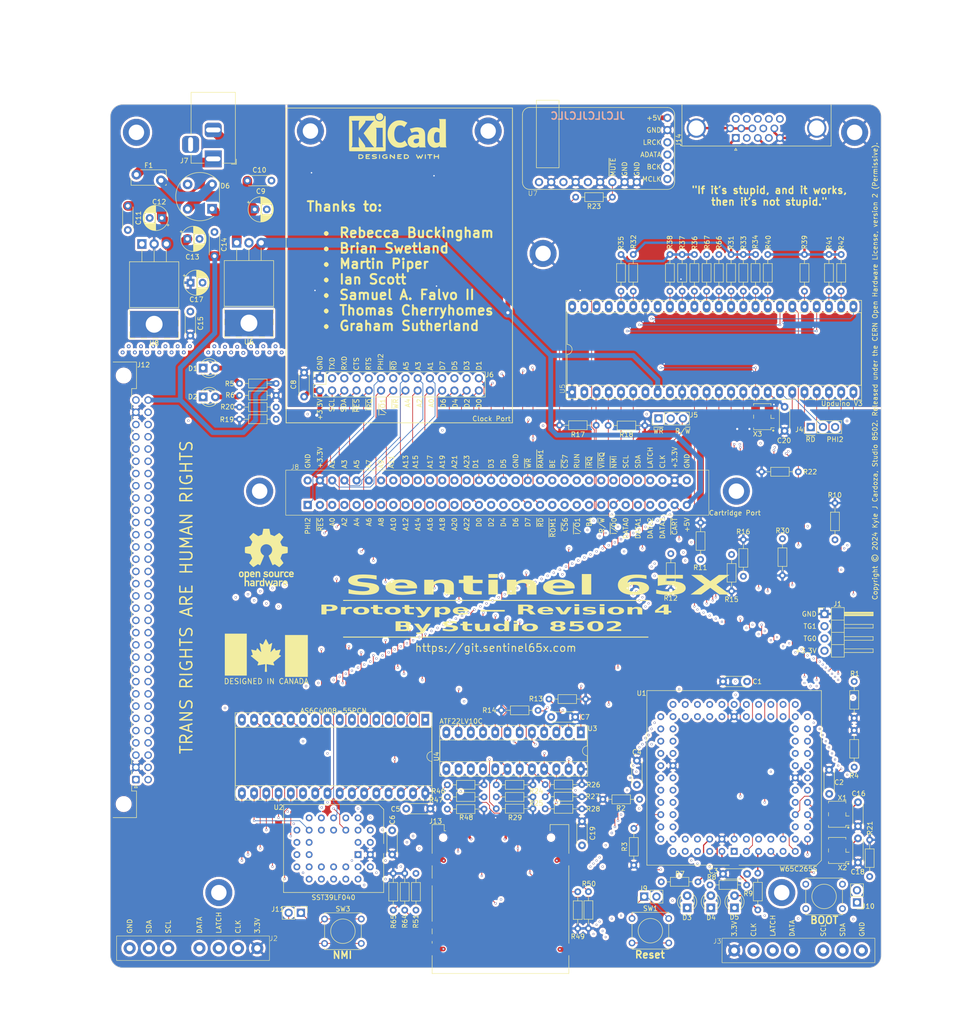
<source format=kicad_pcb>
(kicad_pcb
	(version 20240108)
	(generator "pcbnew")
	(generator_version "8.0")
	(general
		(thickness 1.6)
		(legacy_teardrops no)
	)
	(paper "A3")
	(layers
		(0 "F.Cu" signal "F.Cu (SMD)")
		(1 "In1.Cu" power "In1.Cu (GND)")
		(2 "In2.Cu" signal "In2.Cu (N-S)")
		(31 "B.Cu" signal "B.Cu (MISC)")
		(32 "B.Adhes" user "B.Adhesive")
		(33 "F.Adhes" user "F.Adhesive")
		(34 "B.Paste" user)
		(35 "F.Paste" user)
		(36 "B.SilkS" user "B.Silkscreen")
		(37 "F.SilkS" user "F.Silkscreen")
		(38 "B.Mask" user)
		(39 "F.Mask" user)
		(40 "Dwgs.User" user "User.Drawings")
		(41 "Cmts.User" user "User.Comments")
		(42 "Eco1.User" user "User.Eco1")
		(43 "Eco2.User" user "User.Eco2")
		(44 "Edge.Cuts" user)
		(45 "Margin" user)
		(46 "B.CrtYd" user "B.Courtyard")
		(47 "F.CrtYd" user "F.Courtyard")
		(48 "B.Fab" user)
		(49 "F.Fab" user)
		(50 "User.1" user)
		(51 "User.2" user)
		(52 "User.3" user)
		(53 "User.4" user)
		(54 "User.5" user)
		(55 "User.6" user)
		(56 "User.7" user)
		(57 "User.8" user)
		(58 "User.9" user)
	)
	(setup
		(stackup
			(layer "F.SilkS"
				(type "Top Silk Screen")
				(color "White")
			)
			(layer "F.Paste"
				(type "Top Solder Paste")
			)
			(layer "F.Mask"
				(type "Top Solder Mask")
				(color "Green")
				(thickness 0.01)
			)
			(layer "F.Cu"
				(type "copper")
				(thickness 0.035)
			)
			(layer "dielectric 1"
				(type "prepreg")
				(thickness 0.1)
				(material "FR4")
				(epsilon_r 4.5)
				(loss_tangent 0.02)
			)
			(layer "In1.Cu"
				(type "copper")
				(thickness 0.035)
			)
			(layer "dielectric 2"
				(type "core")
				(thickness 1.24)
				(material "FR4")
				(epsilon_r 4.5)
				(loss_tangent 0.02)
			)
			(layer "In2.Cu"
				(type "copper")
				(thickness 0.035)
			)
			(layer "dielectric 3"
				(type "prepreg")
				(thickness 0.1)
				(material "FR4")
				(epsilon_r 4.5)
				(loss_tangent 0.02)
			)
			(layer "B.Cu"
				(type "copper")
				(thickness 0.035)
			)
			(layer "B.Mask"
				(type "Bottom Solder Mask")
				(color "Green")
				(thickness 0.01)
			)
			(layer "B.Paste"
				(type "Bottom Solder Paste")
			)
			(layer "B.SilkS"
				(type "Bottom Silk Screen")
				(color "White")
			)
			(copper_finish "None")
			(dielectric_constraints no)
		)
		(pad_to_mask_clearance 0)
		(allow_soldermask_bridges_in_footprints no)
		(grid_origin 123.070534 52.442679)
		(pcbplotparams
			(layerselection 0x00010fc_ffffffff)
			(plot_on_all_layers_selection 0x0000000_00000000)
			(disableapertmacros no)
			(usegerberextensions no)
			(usegerberattributes yes)
			(usegerberadvancedattributes yes)
			(creategerberjobfile yes)
			(dashed_line_dash_ratio 12.000000)
			(dashed_line_gap_ratio 3.000000)
			(svgprecision 4)
			(plotframeref no)
			(viasonmask no)
			(mode 1)
			(useauxorigin no)
			(hpglpennumber 1)
			(hpglpenspeed 20)
			(hpglpendiameter 15.000000)
			(pdf_front_fp_property_popups yes)
			(pdf_back_fp_property_popups yes)
			(dxfpolygonmode yes)
			(dxfimperialunits yes)
			(dxfusepcbnewfont yes)
			(psnegative no)
			(psa4output no)
			(plotreference yes)
			(plotvalue yes)
			(plotfptext yes)
			(plotinvisibletext no)
			(sketchpadsonfab no)
			(subtractmaskfromsilk no)
			(outputformat 1)
			(mirror no)
			(drillshape 0)
			(scaleselection 1)
			(outputdirectory "production/")
		)
	)
	(net 0 "")
	(net 1 "GND")
	(net 2 "+3.3V")
	(net 3 "/A1")
	(net 4 "/A3")
	(net 5 "/A5")
	(net 6 "/A7")
	(net 7 "/A9")
	(net 8 "/A11")
	(net 9 "/A13")
	(net 10 "/A15")
	(net 11 "/A17")
	(net 12 "/A19")
	(net 13 "/A21")
	(net 14 "/A23")
	(net 15 "/D1")
	(net 16 "/D3")
	(net 17 "/D5")
	(net 18 "/~{WR}")
	(net 19 "/BE")
	(net 20 "/RUN")
	(net 21 "/~{IRQ}")
	(net 22 "/~{VIRQ}")
	(net 23 "/~{NMI}")
	(net 24 "/I2C_SCL")
	(net 25 "/I2C_SDA")
	(net 26 "/SNES_LATCH")
	(net 27 "/SNES_CLK")
	(net 28 "/PHI2")
	(net 29 "/~{RES}")
	(net 30 "/A0")
	(net 31 "/A2")
	(net 32 "/A4")
	(net 33 "/A6")
	(net 34 "/A8")
	(net 35 "/A10")
	(net 36 "/A12")
	(net 37 "/A14")
	(net 38 "/A16")
	(net 39 "/A18")
	(net 40 "/A20")
	(net 41 "/A22")
	(net 42 "/D0")
	(net 43 "/D2")
	(net 44 "/D4")
	(net 45 "/D6")
	(net 46 "/D7")
	(net 47 "/~{RD}")
	(net 48 "/~{CS}6")
	(net 49 "/~{I{slash}O}1")
	(net 50 "/BA")
	(net 51 "/R{slash}~{W}")
	(net 52 "/~{I{slash}O}0")
	(net 53 "/SNES_DATA0")
	(net 54 "/SNES_DATA1")
	(net 55 "/SNES_DATA2")
	(net 56 "/SNES_DATA3")
	(net 57 "/MOSI")
	(net 58 "/RTS")
	(net 59 "/CTS")
	(net 60 "/BL1")
	(net 61 "/~{BOOT_SEL}")
	(net 62 "/RXD")
	(net 63 "/TXD")
	(net 64 "/FCLK")
	(net 65 "/CLK")
	(net 66 "/SCK")
	(net 67 "/~{CS}4")
	(net 68 "/~{CS}5")
	(net 69 "/~{CS}7")
	(net 70 "/~{FPGA_RESET}")
	(net 71 "/CDONE")
	(net 72 "/MISO")
	(net 73 "/~{SD_SS}")
	(net 74 "/~{ROM}0")
	(net 75 "/~{RAM}0")
	(net 76 "Net-(D1-A)")
	(net 77 "Net-(D3-A)")
	(net 78 "/~{RAM}1")
	(net 79 "/~{ROM}1")
	(net 80 "/VERA_18")
	(net 81 "+5V")
	(net 82 "/SYSCLK")
	(net 83 "/R0")
	(net 84 "/R2")
	(net 85 "/R1")
	(net 86 "/G0")
	(net 87 "/R3")
	(net 88 "/G2")
	(net 89 "/G1")
	(net 90 "/B0")
	(net 91 "/G3")
	(net 92 "/B2")
	(net 93 "/B1")
	(net 94 "/HSYNC")
	(net 95 "/B3")
	(net 96 "/VSYNC")
	(net 97 "/BCK")
	(net 98 "/ADATA")
	(net 99 "/LRCK")
	(net 100 "/BLUE")
	(net 101 "/GREEN")
	(net 102 "/RED")
	(net 103 "Net-(D2-A)")
	(net 104 "Net-(D4-A)")
	(net 105 "Net-(D5-A)")
	(net 106 "/BL2")
	(net 107 "/BL3")
	(net 108 "/VERA_7")
	(net 109 "Net-(D6-+)")
	(net 110 "unconnected-(J7-MountPin-Pad3)")
	(net 111 "unconnected-(J12-Pin_b31-Padb31)")
	(net 112 "Net-(J13-DAT1)")
	(net 113 "Net-(J13-DAT2)")
	(net 114 "unconnected-(J14-Pad11)")
	(net 115 "unconnected-(J14-Pad4)")
	(net 116 "unconnected-(J14-Pad15)")
	(net 117 "unconnected-(J14-Pad9)")
	(net 118 "unconnected-(U1A-~{FCLKO}-Pad15)")
	(net 119 "unconnected-(U1A-RUN-Pad14)")
	(net 120 "unconnected-(U1A-BA-Pad21)")
	(net 121 "unconnected-(U1A-~{CLKO}-Pad19)")
	(net 122 "unconnected-(U5-+3.3V-Pad9)")
	(net 123 "unconnected-(U5-FLASH_MISO-Pad45)")
	(net 124 "unconnected-(U5-CLK_12M_EXT-Pad41)")
	(net 125 "unconnected-(U5-FT_SCK-Pad47)")
	(net 126 "unconnected-(U5-~{FT_SS}-Pad48)")
	(net 127 "unconnected-(U5-FLASH_MOSI-Pad46)")
	(net 128 "unconnected-(U5-VIO-Pad2)")
	(net 129 "unconnected-(J14-Pad12)")
	(net 130 "unconnected-(U3-IN-Pad13)")
	(net 131 "unconnected-(U3-I{slash}O-Pad16)")
	(net 132 "unconnected-(U3-I{slash}O-Pad15)")
	(net 133 "unconnected-(U3-I{slash}O-Pad17)")
	(net 134 "unconnected-(U3-I{slash}O-Pad14)")
	(net 135 "unconnected-(U7-A3V3-Pad11)")
	(net 136 "unconnected-(U7-ROUT-Pad9)")
	(net 137 "/~{CART}")
	(net 138 "/~{SD_WP}")
	(net 139 "/~{SD_CD}")
	(net 140 "unconnected-(U7-LOUT-Pad7)")
	(net 141 "/~{MUTE}")
	(net 142 "/TG0")
	(net 143 "/TG1")
	(net 144 "Net-(D6-Pad4)")
	(net 145 "Net-(D6-Pad2)")
	(net 146 "Net-(F1-Pad1)")
	(net 147 "Net-(J14-Pad13)")
	(net 148 "Net-(J14-Pad14)")
	(footprint "Resistor_THT:R_Axial_DIN0204_L3.6mm_D1.6mm_P7.62mm_Horizontal" (layer "F.Cu") (at 218.023531 149.586827 90))
	(footprint "Resistor_THT:R_Axial_DIN0204_L3.6mm_D1.6mm_P7.62mm_Horizontal" (layer "F.Cu") (at 156.55 197.875))
	(footprint "Capacitor_THT:C_Disc_D4.3mm_W1.9mm_P5.00mm" (layer "F.Cu") (at 195.918531 187.826827 -90))
	(footprint "Resistor_THT:R_Axial_DIN0204_L3.6mm_D1.6mm_P7.62mm_Horizontal" (layer "F.Cu") (at 207.855852 82.822679 -90))
	(footprint "Resistor_THT:R_Axial_DIN0204_L3.6mm_D1.6mm_P7.62mm_Horizontal" (layer "F.Cu") (at 202.775852 82.822679 -90))
	(footprint "Capacitor_THT:C_Disc_D4.3mm_W1.9mm_P5.00mm" (layer "F.Cu") (at 241.828173 208.96 90))
	(footprint "Resistor_THT:R_Axial_DIN0204_L3.6mm_D1.6mm_P7.62mm_Horizontal" (layer "F.Cu") (at 229.434306 127.897878 180))
	(footprint "Resistor_THT:R_Axial_DIN0204_L3.6mm_D1.6mm_P7.62mm_Horizontal" (layer "F.Cu") (at 188.846198 195.85349))
	(footprint "Symbol:OSHW-Logo_11.4x12mm_SilkScreen" (layer "F.Cu") (at 118.942135 145.687679))
	(footprint "Resistor_THT:R_Axial_DIN0204_L3.6mm_D1.6mm_P7.62mm_Horizontal" (layer "F.Cu") (at 210.395852 82.822679 -90))
	(footprint "Capacitor_THT:C_Disc_D4.3mm_W1.9mm_P5.00mm" (layer "F.Cu") (at 184.518267 200.4066 -90))
	(footprint "Resistor_THT:R_Axial_DIN0204_L3.6mm_D1.6mm_P7.62mm_Horizontal" (layer "F.Cu") (at 175.381704 177.395358 180))
	(footprint "Connector:SNES Controller Port (Female, 90º, THT)" (layer "F.Cu") (at 101.832102 226.745 180))
	(footprint "Capacitor_THT:C_Disc_D4.3mm_W1.9mm_P5.00mm" (layer "F.Cu") (at 90.193531 72.741827 -90))
	(footprint "Connector_PinHeader_2.54mm:PinHeader_1x04_P2.54mm_Horizontal" (layer "F.Cu") (at 234.87 157.4))
	(footprint "Capacitor_THT:C_Disc_D4.3mm_W1.9mm_P5.00mm" (layer "F.Cu") (at 226.588173 119.423531 90))
	(footprint "Connector_Card:SD_Hirose_DM1AA_SF_PEJ82" (layer "F.Cu") (at 167.589126 216.546139))
	(footprint "Connector_BarrelJack:BarrelJack_Horizontal" (layer "F.Cu") (at 107.928531 62.981827 -90))
	(footprint "MountingHole:MountingHole_3.2mm_M3_DIN965_Pad" (layer "F.Cu") (at 128.117172 57.207679))
	(footprint "Resistor_THT:R_Axial_DIN0204_L3.6mm_D1.6mm_P7.62mm_Horizontal" (layer "F.Cu") (at 166.71 195.36))
	(footprint "Capacitor_THT:C_Disc_D4.3mm_W1.9mm_P5.00mm" (layer "F.Cu") (at 241.828173 201.453531 90))
	(footprint "Capacitor_THT:C_Disc_D4.3mm_W1.9mm_P5.00mm" (layer "F.Cu") (at 103.177518 99.659624 90))
	(footprint "Connector_PinHeader_2.54mm:PinHeader_1x02_P2.54mm_Vertical" (layer "F.Cu") (at 241.623621 217.254071 180))
	(footprint "Oscillator:Oscillator_SMD_EuroQuartz_XO53-4Pin_5.0x3.2mm_HandSoldering" (layer "F.Cu") (at 221.955852 116.463392 90))
	(footprint "Connector_DIN:DIN41612_Q_2x32_Female_Horizontal_THT"
		(layer "F.Cu")
		(uuid "4796905e-545d-47e7-ab3c-4a0391ef238b")
		(at 91.870035 191.757726 90)
		(descr "DIN41612 connector, type Q, Horizontal, 2 rows 32 pins wide, https://www.erni-x-press.com/de/downloads/kataloge/englische_kataloge/erni-din41612-iec60603-2-e.pdf")
		(tags "DIN 41612 IEC 60603 Q")
		(property "Reference" "J12"
			(at 86.035275 1.575998 180)
			(layer "F.SilkS")
			(uuid "3147520f-efe1-47e3-83c3-f1cbfa6f40da")
			(effects
				(font
					(size 1 1)
					(thickness 0.15)
				)
			)
		)
		(property "Value" "2x32 2.54mm Card Edge Connector"
			(at 39.37 5.08 90)
			(layer "F.Fab")
			(uuid "460ab21f-55ac-4006-88f6-2a4fcd5f48d4")
			(effects
				(font
					(size 1 1)
					(thickness 0.15)
				)
			)
		)
		(property "Footprint" "Connector_DIN:DIN41612_Q_2x32_Female_Horizontal_THT"
			(at 0 0 90)
			(unlocked yes)
			(layer "F.Fab")
			(hide yes)
			(uuid "68b91694-c84d-416f-8be9-4d102803f0a5")
			(effects
				(font
					(size 1.27 1.27)
				)
			)
		)
		(property "Datasheet" ""
			(at 0 0 90)
			(unlocked yes)
			(layer "F.Fab")
			(hide yes)
			(uuid "a5472bb5-8749-4a9c-a9fc-6ef21a2866c8")
			(effects
				(font
					(size 1.27 1.27)
				)
			)
		)
		(property "Description" ""
			(at 0 0 90)
			(unlocked yes)
			(layer "F.Fab")
			(hide yes)
			(uuid "b8541c19-48a0-4b35-ab92-b95b147f1475")
			(effects
				(font
					(size 1.27 1.27)
				)
			)
		)
		(property ki_fp_filters "Connector*:*_2x??_*")
		(path "/4681393f-742b-42eb-929f-821923816de7")
		(sheetname "Root")
		(sheetfile "Prototype 4 (PTH).kicad_sch")
		(attr through_hole exclude_from_bom)
		(fp_line
			(start 86.63 -4.74)
			(end 86.63 0.12)
			(stroke
				(width 0.12)
				(type solid)
			)
			(layer "F.SilkS")
			(uuid "e37bfdbe-aa4e-4e7a-b38c-4084bd7aa22b")
		)
		(fp_line
			(start -7.89 -4.74)
			(end -7.89 0.12)
			(stroke
				(width 0.12)
				(type solid)
			)
			(layer "F.SilkS")
			(uuid "9a11338f-9221-4ff0-b08b-cb3fdd09c15c")
		)
		(fp_line
			(start 79.48 -0.88)
			(end 81.11 -0.88)
			(stroke
				(width 0.12)
				(type solid)
			)
			(layer "F.SilkS")
			(uuid "a8f5956e-cb54-4e72-be0c-1173d4e57dd0")
		)
		(fp_line
			(start 76.94 -0.88)
			(end 78.001 -0.88)
			(stroke
				(width 0.12)
				(type solid)
			)
			(layer "F.SilkS")
			(uuid "c7d771dc-4f4a-43af-bb90-a41b477b51b5")
		)
		(fp_line
			(start 74.4 -0.88)
			(end 75.461 -0.88)
			(stroke
				(width 0.12)
				(type solid)
			)
			(layer "F.SilkS")
			(uuid "b93afc94-c560-4a43-8f70-1f2b7ebeca0b")
		)
		(fp_line
			(start 71.86 -0.88)
			(end 72.921 -0.88)
			(stroke
				(width 0.12)
				(type solid)
			)
			(layer "F.SilkS")
			(uuid "b82bd271-e7ec-4b75-9c96-486950168262")
		)
		(fp_line
			(start 69.32 -0.88)
			(end 70.381 -0.88)
			(stroke
				(width 0.12)
				(type solid)
			)
			(layer "F.SilkS")
			(uuid "1e7bd1cd-7cc4-47bb-8f68-12c1e7e5d43f")
		)
		(fp_line
			(start 66.78 -0.88)
			(end 67.841 -0.88)
			(stroke
				(width 0.12)
				(type solid)
			)
			(layer "F.SilkS")
			(uuid "5991fe22-b272-4730-8e8b-f9c13b45f09d")
		)
		(fp_line
			(start 64.24 -0.88)
			(end 65.301 -0.88)
			(stroke
				(width 0.12)
				(type solid)
			)
			(layer "F.SilkS")
			(uuid "eaa8f3fc-efe6-408a-ba21-62fe624f950c")
		)
		(fp_line
			(start 61.7 -0.88)
			(end 62.761 -0.88)
			(stroke
				(width 0.12)
				(type solid)
			)
			(layer "F.SilkS")
			(uuid "bd3e0d16-6c41-4ef7-9098-e736cd66e7cb")
		)
		(fp_line
			(start 59.16 -0.88)
			(end 60.221 -0.88)
			(stroke
				(width 0.12)
				(type solid)
			)
			(layer "F.SilkS")
			(uuid "b6b58201-5667-496b-97e8-207e01d90c32")
		)
		(fp_line
			(start 56.62 -0.88)
			(end 57.681 -0.88)
			(stroke
				(width 0.12)
				(type solid)
			)
			(layer "F.SilkS")
			(uuid "63fc2212-d4cb-455a-9a45-f0534e22a748")
		)
		(fp_line
			(start 54.08 -0.88)
			(end 55.141 -0.88)
			(stroke
				(width 0.12)
				(type solid)
			)
			(layer "F.SilkS")
			(uuid "4f470925-3942-4bcf-8b70-918205bb2657")
		)
		(fp_line
			(start 51.54 -0.88)
			(end 52.601 -0.88)
			(stroke
				(width 0.12)
				(type solid)
			)
			(layer "F.SilkS")
			(uuid "428a7cb4-cf53-4442-90e7-3eb48fe2ada7")
		)
		(fp_line
			(start 49 -0.88)
			(end 50.061 -0.88)
			(stroke
				(width 0.12)
				(type solid)
			)
			(layer "F.SilkS")
			(uuid "ca9bab21-2283-439c-81d9-abb80a57487e")
		)
		(fp_line
			(start 46.46 -0.88)
			(end 47.521 -0.88)
			(stroke
				(width 0.12)
				(type solid)
			)
			(layer "F.SilkS")
			(uuid "f4747bc9-766c-42ac-a57a-840c33a83526")
		)
		(fp_line
			(start 43.92 -0.88)
			(end 44.981 -0.88)
			(stroke
				(width 0.12)
				(type solid)
			)
			(layer "F.SilkS")
			(uuid "153079a4-7c0e-472a-bdb4-f246130071ff")
		)
		(fp_line
			(start 41.38 -0.88)
			(end 42.441 -0.88)
			(stroke
				(width 0.12)
				(type solid)
			)
			(layer "F.SilkS")
			(uuid "13043880-ab7a-4f11-aee2-5fe5129379b6")
		)
		(fp_line
			(start 38.84 -0.88)
			(end 39.901 -0.88)
			(stroke
				(width 0.12)
				(type solid)
			)
			(layer "F.SilkS")
			(uuid "59e1ae9e-9138-4ef4-a94f-23211b0b6c04")
		)
		(fp_line
			(start 36.3 -0.88)
			(end 37.361 -0.88)
			(stroke
				(width 0.12)
				(type solid)
			)
			(layer "F.SilkS")
			(uuid "6d7808c5-092d-4537-8129-ff5e054b5e1b")
		)
		(fp_line
			(start 33.76 -0.88)
			(end 34.821 -0.88)
			(stroke
				(width 0.12)
				(type solid)
			)
			(layer "F.SilkS")
			(uuid "165ead0c-e983-4065-8275-b820538d1d0e")
		)
		(fp_line
			(start 31.22 -0.88)
			(end 32.281 -0.88)
			(stroke
				(width 0.12)
				(type solid)
			)
			(layer "F.SilkS")
			(uuid "21c0ecf0-3cef-4285-afdb-bfe875b62ca2")
		)
		(fp_line
			(start 28.68 -0.88)
			(end 29.741 -0.88)
			(stroke
				(width 0.12)
				(type solid)
			)
			(layer "F.SilkS")
			(uuid "6b4c2ef8-2be8-4712-aed1-ca0a5146b3c6")
		)
		(fp_line
			(start 26.14 -0.88)
			(end 27.201 -0.88)
			(stroke
				(width 0.12)
				(type solid)
			)
			(layer "F.SilkS")
			(uuid "99d5b90f-c589-43fc-90a7-9ebb015452c4")
		)
		(fp_line
			(start 23.6 -0.88)
			(end 24.661 -0.88)
			(stroke
				(width 0.12)
				(type solid)
			)
			(layer "F.SilkS")
			(uuid "310e7125-fdea-47fa-95dd-409c530131b1")
		)
		(fp_line
			(start 21.06 -0.88)
			(end 22.121 -0.88)
			(stroke
				(width 0.12)
				(type solid)
			)
			(layer "F.SilkS")
			(uuid "0a312960-4e97-4a6e-a109-263cf849ae87")
		)
		(fp_line
			(start 18.52 -0.88)
			(end 19.581 -0.88)
			(stroke
				(width 0.12)
				(type solid)
			)
			(layer "F.SilkS")
			(uuid "15f3ecbe-0e26-484f-bfde-7c122ccf50e5")
		)
		(fp_line
			(start 15.98 -0.88)
			(end 17.041 -0.88)
			(stroke
				(width 0.12)
				(type solid)
			)
			(layer "F.SilkS")
			(uuid "00c8c7bf-d724-4f17-ae64-36370505aa84")
		)
		(fp_line
			(start 13.44 -0.88)
			(end 14.501 -0.88)
			(stroke
				(width 0.12)
				(type solid)
			)
			(layer "F.SilkS")
			(uuid "4b8b8d2b-3acd-47f3-91f8-33624928e597")
		)
		(fp_line
			(start 10.9 -0.88)
			(end 11.961 -0.88)
			(stroke
				(width 0.12)
				(type solid)
			)
			(layer "F.SilkS")
			(uuid "5739cbd1-b417-4418-9ae3-79dd21919146")
		)
		(fp_line
			(start 8.36 -0.88)
			(end 9.421 -0.88)
			(stroke
				(width 0.12)
				(type solid)
			)
			(layer "F.SilkS")
			(uuid "dfb1be9b-6235-4c7f-9909-4204ec5a7909")
		)
		(fp_line
			(start 5.82 -0.88)
			(end 6.881 -0.88)
			(stroke
				(width 0.12)
				(type solid)
			)
			(layer "F.SilkS")
			(uuid "cc7cb10c-392f-436d-ad86-dbb1de4eaa44")
		)
		(fp_line
			(start 3.28 -0.88)
			(end 4.341 -0.88)
			(stroke
				(width 0.12)
				(type solid)
			)
			(layer "F.SilkS")
			(uuid "7668026d-57d6-454c-9849-4d1b10728812")
		)
		(fp_line
			(start 1.095 -0.88)
			(end 1.801 -0.88)
			(stroke
				(width 0.12)
				(type solid)
			)
			(layer "F.SilkS")
			(uuid "eae06709-634d-4934-bf7f-eeee23dbe72e")
		)
		(fp_line
			(start -2.371 -0.88)
			(end -1.095 -0.88)
			(stroke
				(width 0.12)
				(type solid)
			)
			(layer "F.SilkS")
			(uuid "c553fa5f-b93d-4b3e-9050-0eaacdb56e5d")
		)
		(fp_line
			(start -1.695 -0.3)
			(end -1.695 0.3)
			(stroke
				(width 0.12)
				(type solid)
			)
			(layer "F.SilkS")
			(uuid "9d553236-9264-4420-9fdd-c999c1bbc1f2")
		)
		(fp_line
			(start -1.095 0)
			(end -1.695 -0.3)
			(stroke
				(width 0.12)
				(type solid)
			)
			(layer "F.SilkS")
			(uuid "05ee797a-5816-4a83-8976-de64683f0a4a")
		)
		(fp_line
			(start 86.63 0.12)
			(end 81.11 0.12)
			(stroke
				(width 0.12)
				(type solid)
			)
			(layer "F.SilkS")
			(uuid "e521e747-6226-48e7-87c8-615a2f7dc7fd")
		)
		(fp_line
			(start 81.11 0.12)
			(end 81.11 -0.88)
			(stroke
				(width 0.12)
				(type solid)
			)
			(layer "F.SilkS")
			(uuid "2b3769c8-ad86-4991-a496-3a2461e09e0a")
		)
		(fp_line
			(start -2.37 0.12)
			(end -2.37 -0.88)
			(stroke
				(width 0.12)
				(type solid)
			)
			(layer "F.SilkS")
			(uuid "3c189594-2d59-44d3-9762-2af6e530ebd1")
		)
		(fp_line
			(start -7.89 0.12)
			(end -2.37 0.12)
			(stroke
				(width 0.12)
				(type solid)
			)
			(layer "F.SilkS")
			(uuid "b74117f4-b35b-4e2e-8039-5616ac102d34")
		)
		(fp_line
			(start -1.695 0.3)
			(end -1.095 0)
			(stroke
				(width 0.12)
				(type solid)
			)
			(layer "F.SilkS")
			(uuid "3adb8fe0-fd50-4e63-a537-ea7f93227d38")
		)
		(fp_line
			(start -7.63 -5.3)
			(end 86.37 -5.3)
			(stroke
				(width 0.08)
				(type solid)
			)
			(layer "Dwgs.User")
			(uuid "01d4773a-e5ab-4b90-86df-7724416afb4e")
		)
		(fp_line
			(start 39.17 -5.9)
			(end 39.37 -5.4)
			(stroke
				(width 0.1)
				(type solid)
			)
			(layer "Cmts.User")
			(uuid "c11294b0-6452-455a-9e73-b24b81dc232a")
		)
		(fp_line
			(start 39.37 -5.4)
			(end 39.37 -6.7)
			(stroke
				(width 0.1)
				(type solid)
			)
			(layer "Cmts.User")
			(uuid "f0ef1bc5-54e8-4a8f-bac5-b86b9b3eef09")
		)
		(fp_line
			(start 39.37 -5.4)
			(end 39.57 -5.9)
			(stroke
				(width 0.1)
				(type solid)
			)
			(layer "Cmts.User")
			(uuid "6d810a53-ce8d-4ec8-b6db-eeff04c92f07")
		)
		(fp_line
			(start 86.87 -13.23)
			(end -8.13 -13.23)
			(stroke
				(width 0.05)
				(type solid)
			)
			(layer "F.CrtYd")
			(uuid "6d5e5cc6-12a2-407c-ab3f-c21df615bcc9")
		)
		(fp_line
			(start -8.13 -13.23)
			(end -8.13 0.37)
			(stroke
				(width 0.05)
				(type solid)
			)
			(layer "F.CrtYd")
			(uuid "ae86f865-f12e-4a82-b568-2c5c54a4c9a7")
		)
		(fp_line
			(start 86.87 0.37)
			(end 86.87 -13.23)
			(stroke
				(width 0.05)
				(type solid)
			)
			(layer "F.CrtYd")
			(uuid "a401a59d-8df3-426e-b78a-65fa1901ecc8")
		)
		(fp_line
			(start 80.02 0.37)
			(end 86.87 0.37)
			(stroke
				(width 0.05)
				(type solid)
			)
			(layer "F.CrtYd")
			(uuid "ae76c34b-7004-477a-a1d3-3d03405947b3")
		)
		(fp_line
			(start -1.27 0.37)
			(end -1.27 3.82)
			(stroke
				(width 0.05)
				(type solid)
			)
			(layer "F.CrtYd")
			(uuid "e403e15b-e0c1-4fad-91ba-6620508eaf51")
		)
		(fp_line
			(start -8.13 0.37)
			(end -1.27 0.37)
			(stroke
				(width 0.05)
				(type solid)
			)
			(layer "F.CrtYd")
			(uuid "bdcebc08-9438-4896-bc18-2cfd903feef6")
		)
		(fp_line
			(start 80.02 3.82)
			(end 80.02 0.37)
			(stroke
				(width 0.05)
				(type solid)
			)
			(layer "F.CrtYd")
			(uuid "3e114955-cf8f-42dc-b2ba-f1ee168c9281")
		)
		(fp_line
			(start -1.27 3.82)
			(end 80.02 3.82)
			(stroke
				(width 0.05)
				(type solid)
			)
			(layer "F.CrtYd")
			(uuid "818444f8-5a4d-4c8f-9239-be44b60f1f17")
		)
		(fp_line
			(start 83.12 -12.74)
			(end -4.38 -12.74)
			(stroke
				(width 0.1)
				(type solid)
			)
			(layer "F.Fab")
			(uuid "f56fccbf-b980-4922-bb7a-da7b0946fd55")
		)
		(fp_line
			(start -4.38 -12.74)
			(end -4.38 -6.74)
			(stroke
				(width 0.1)
				(type solid)
			)
			(layer "F.Fab")
			(uuid "793323a6-cf22-4daf-8755-2f8f3011e990")
		)
		(fp_line
			(start 86.37 -6.74)
			(end 83.12 -6.74)
			(stroke
				(width 0.1)
				(type solid)
			)
			(layer "F.Fab")
			(uuid "aae55c40-0450-4d0c-a378-4690ee3a0959")
		)
		(fp_line
			(start 83.12 -6.74)
			(end 83.12 -12.74)
			(stroke
				(width 0.1)
				(type solid)
			)
			(layer "F.Fab")
			(uuid "ea973c53-f7f3-41e5-9f6c-939a0e4acefb")
		)
		(fp_line
			(start -4.38 -6.74)
			(end -7.63 -6.74)
			(stroke
				(width 0.1)
				(type solid)
			)
			(layer "F.Fab")
			(uuid "4f5fc12d-1ae4-4539-95f3-eca0a92fddca")
		)
		(fp_line
			(start -7.63 -6.74)
			(end -7.63 -0.14)
			(stroke
				(width 0.1)
				(type solid)
			)
			(layer "F.Fab")
			(uuid "3a0db69c-3f14-4200-8b2b-e4d68deef3d1")
		)
		(fp_line
			(start 0.5 -2.04)
			(end 0 -1.34)
			(stroke
				(width 0.1)
				(type solid)
			)
			(layer "F.Fab")
			(uuid "b90edce4-dbf7-489e-ab0e-a6f0f8bb7591")
		)
		(fp_line
			(start -0.5 -2.04)
			(end 0.5 -2.04)
			(stroke
				(width 0.1)
				(type solid)
			)
			(layer "F.Fab")
			(uuid "bf39c712-9129-444c-9dde-c1304cfd853c")
		)
		(fp_line
			(start 0 -1.34)
			(end -0.5 -2.04)
			(stroke
				(width 0.1)
				(type solid)
			)
			(layer "F.Fab")
			(uuid "53f3ed1c-1de9-46fa-9099-4ddfc96e7e3b")
		)
		(fp_line
			(start 81.37 -1.14)
			(end 81.37 -0.14)
			(stroke
				(width 0.1)
				(type solid)
			)
			(layer "F.Fab")
			(uuid "44ea264a-484e-45ae-8b8d-ece22adbfb9b")
		)
		(fp_line
			(start -2.63 -1.14)
			(end 81.37 -1.14)
			(stroke
				(width 0.1)
				(type solid)
			)
			(layer "F.Fab")
			(uuid "569739db-6dab-4071-a2b5-617dd29ce745")
		)
		(fp_line
			(start 86.37 -0.14)
			(end 86.37 -6.74)
			(stroke
				(width 0.1)
				(type solid)
			)
			(layer "F.Fab")
			(uuid "c3d11073-ebfc-4c36-ae1e-669928ee98d8")
		)
		(fp_line
			(start 81.37 -0.14)
			(end 86.37 -0.14)
			(stroke
				(width 0.1)
				(type solid)
			)
			(layer "F.Fab")
			(uuid "8fc77ef0-36ed-41a4-a2dc-f4d9d0385365")
		)
		(fp_line
			(start -2.63 -0.14)
			(end -2.63 -1.14)
			(stroke
				(width 0.1)
				(type solid)
			)
			(layer "F.Fab")
			(uuid "315a0838-fabf-480b-80bc-28303e309f3d")
		)
		(fp_line
			(start -7.63 -0.14)
			(end -2.63 -0.14)
			(stroke
				(width 0.1)
				(type solid)
			)
			(layer "F.Fab")
			(uuid "7d920841-39e6-4de4-a77e-c55a73aadc89")
		)
		(fp_text user "Board edge"
			(at 39.37 -7.3 90)
			(layer "Cmts.User")
			(uuid "0bbed01b-54e9-408e-bdc9-4bc5007b399e")
			(effects
				(font
					(size 0.7 0.7)
					(thickness 0.1)
				)
			)
		)
		(fp_text user "${REFERENCE}"
			(at 39.37 -2.54 90)
			(layer "F.Fab")
			(uuid "dbaf2fbb-e03b-407c-9582-2f7df9a5bfbe")
			(effects
				(font
					(size 1 1)
					(thickness 0.15)
				)
			)
		)
		(pad "" np_thru_hole circle
			(at -5.08 -2.54 90)
			(size 2.85 2.85)
			(drill 2.85)
			(layers "*.Cu" "*.Mask")
			(uuid "4bf94aad-3f8a-484b-8a8a-92bec71d1cf0")
		)
		(pad "" np_thru_hole circle
			(at 83.82 -2.54 90)
			(size 2.85 2.85)
			(drill 2.85)
			(layers "*.Cu" "*.Mask")
			(uuid "fdc44e25-182a-413a-b071-dc01ec0b62d0")
		)
		(pad "a1" thru_hole roundrect
			(at 0 0 90)
			(size 1.55 1.55)
			(drill 1)
			(layers "*.Cu" "*.Mask")
			(remove_unused_layers no)
			(roundrect_rratio 0.16129)
			(net 1 "GND")
			(pinfunction "Pin_a1")
			(pintype "passive")
			(uuid "b6a27308-e759-4291-b18c-305f8fee13ea")
		)
		(pad "a2" thru_hole circle
			(at 2.54 0 90)
			(size 1.55 1.55)
			(drill 1)
			(layers "*.Cu" "*.Mask")
			(remove_unused_layers no)
			(net 2 "+3.3V")
			(pinfunction "Pin_a2")
			(pintype "passive")
			(uuid "9415aa9f-b803-4eea-94fe-2eb4c38718c1")
		)
		(pad "a3" thru_hole circle
			(at 5.08 0 90)
			(size 1.55 1.55)
			(drill 1)
			(layers "*.Cu" "*.Mask")
			(remove_unused_layers no)
			(net 3 "/A1")
			(pinfunction "Pin_a3")
			(pintype "passive")
			(uuid "744759c2-4fa2-4ea3-a14a-0ab8a34c3e74")
		)
		(pad "a4" thru_hole circle
			(at 7.62 0 90)
			(size 1.55 1.55)
			(drill 1)
			(layers "*.Cu" "*.Mask")
			(remove_unused_layers no)
			(net 4 "/A3")
			(pinfunction "Pin_a4")
			(pintype "passive")
			(uuid "567a3b6c-5f98-437e-8c94-92a75519b790")
		)
		(pad "a5" thru_hole circle
			(at 10.16 0 90)
			(size 1.55 1.55)
			(drill 1)
			(layers "*.Cu" "*.Mask")
			(remove_unused_layers no)
			(net 5 "/A5")
			(pinfunction "Pin_a5")
			(pintype "passive")
			(uuid "7fa3b9aa-6933-46ac-8e49-a10d7185bea6")
		)
		(pad "a6" thru_hole circle
			(at 12.7 0 90)
			(size 1.55 1.55)
			(drill 1)
			(layers "*.Cu" "*.Mask")
			(remove_unused_layers no)
			(net 6 "/A7")
			(pinfunction "Pin_a6")
			(pintype "passive")
			(uuid "4978d0e0-b16d-457a-890d-79b4090414bd")
		)
		(pad "a7" thru_hole circle
			(at 15.24 0 90)
			(size 1.55 1.55)
			(drill 1)
			(layers "*.Cu" "*.Mask")
			(remove_unused_layers no)
			(net 7 "/A9")
			(pinfunction "Pin_a7")
			(pintype "passive")
			(uuid "a94f672e-4bfd-44e5-a614-9110cb7e239a")
		)
		(pad "a8" thru_hole circle
			(at 17.78 0 90)
			(size 1.55 1.55)
			(drill 1)
			(layers "*.Cu" "*.Mask")
			(remove_unused_layers no)
			(net 8 "/A11")
			(pinfunction "Pin_a8")
			(pintype "passive")
			(uuid "5004f37c-e385-42df-a798-46e484a58621")
		)
		(pad "a9" thru_hole circle
			(at 20.32 0 90)
			(size 1.55 1.55)
			(drill 1)
			(layers "*.Cu" "*.Mask")
			(remove_unused_layers no)
			(net 9 "/A13")
			(pinfunction "Pin_a9")
			(pintype "passive")
			(uuid "01e3a2c5-96c3-4688-8173-cc276fdbfbcb")
		)
		(pad "a10" thru_hole circle
			(at 22.86 0 90)
			(size 1.55 1.55)
			(drill 1)
			(layers "*.Cu" "*.Mask")
			(remove_unused_layers no)
			(net 10 "/A15")
			(pinfunction "Pin_a10")
			(pintype "passive")
			(uuid "7165b5dd-9af3-44e9-aca1-881a5bc21739")
		)
		(pad "a11" thru_hole circle
			(at 25.4 0 90)
			(size 1.55 1.55)
			(drill 1)
			(layers "*.Cu" "*.Mask")
			(remove_unused_layers no)
			(net 11 "/A17")
			(pinfunction "Pin_a11")
			(pintype "passive")
			(uuid "b48d62b5-f6f7-40ef-a0c3-7b5fbb7fbc94")
		)
		(pad "a12" thru_hole circle
			(at 27.94 0 90)
			(size 1.55 
... [4992534 chars truncated]
</source>
